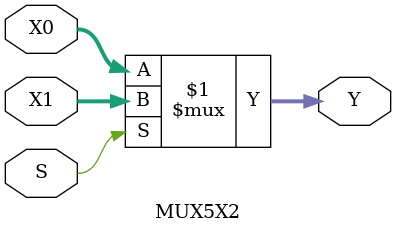
<source format=v>
`timescale 1ns / 1ps

module MUX5X2 (
    input [4: 0] X1, X0,
    input S,
    output wire [4: 0] Y
);
    assign Y = S ? X1 : X0;
endmodule
</source>
